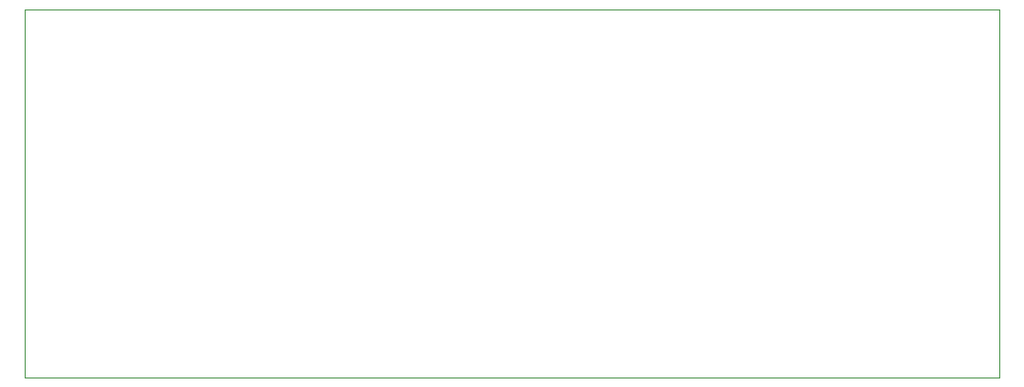
<source format=gbr>
%TF.GenerationSoftware,KiCad,Pcbnew,(5.1.6)-1*%
%TF.CreationDate,2020-11-12T09:23:23-07:00*%
%TF.ProjectId,WhiteJewel,57686974-654a-4657-9765-6c2e6b696361,rev?*%
%TF.SameCoordinates,Original*%
%TF.FileFunction,Profile,NP*%
%FSLAX46Y46*%
G04 Gerber Fmt 4.6, Leading zero omitted, Abs format (unit mm)*
G04 Created by KiCad (PCBNEW (5.1.6)-1) date 2020-11-12 09:23:23*
%MOMM*%
%LPD*%
G01*
G04 APERTURE LIST*
%TA.AperFunction,Profile*%
%ADD10C,0.050000*%
%TD*%
G04 APERTURE END LIST*
D10*
X188900000Y-69850000D02*
X102000000Y-69850000D01*
X188900000Y-102700000D02*
X188900000Y-69850000D01*
X102000000Y-102700000D02*
X188900000Y-102700000D01*
X102000000Y-69850000D02*
X102000000Y-102700000D01*
M02*

</source>
